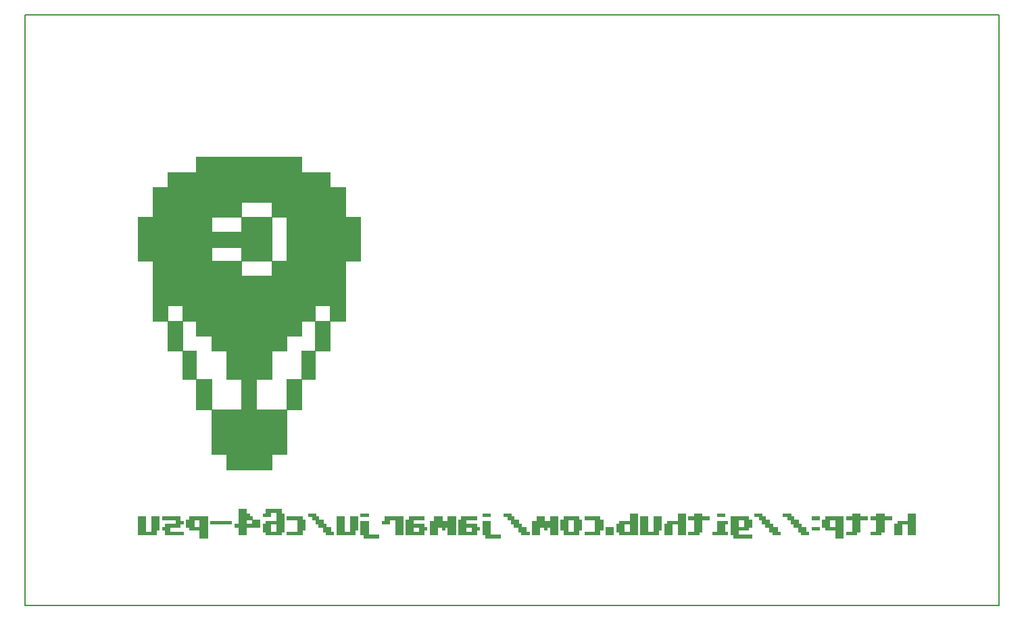
<source format=gbo>
G04 #@! TF.GenerationSoftware,KiCad,Pcbnew,(5.0.0-3-g5ebb6b6)*
G04 #@! TF.CreationDate,2018-11-18T00:12:04+01:00*
G04 #@! TF.ProjectId,c64-psu,6336342D7073752E6B696361645F7063,rev?*
G04 #@! TF.SameCoordinates,Original*
G04 #@! TF.FileFunction,Legend,Bot*
G04 #@! TF.FilePolarity,Positive*
%FSLAX46Y46*%
G04 Gerber Fmt 4.6, Leading zero omitted, Abs format (unit mm)*
G04 Created by KiCad (PCBNEW (5.0.0-3-g5ebb6b6)) date 2018 November 18, Sunday 00:12:04*
%MOMM*%
%LPD*%
G01*
G04 APERTURE LIST*
%ADD10C,0.150000*%
%ADD11C,0.010000*%
G04 APERTURE END LIST*
D10*
X89000000Y-136000000D02*
X89000000Y-62000000D01*
X211000000Y-136000000D02*
X89000000Y-136000000D01*
X211000000Y-62000000D02*
X211000000Y-136000000D01*
X89000000Y-62000000D02*
X211000000Y-62000000D01*
D11*
G04 #@! TO.C,G\002A\002A\002A*
G36*
X110444667Y-81688333D02*
X106888667Y-81688333D01*
X106888667Y-83551000D01*
X104983667Y-83551000D01*
X104983667Y-87318667D01*
X103121000Y-87318667D01*
X103121000Y-92779667D01*
X104983667Y-92779667D01*
X104983667Y-100315000D01*
X106888667Y-100315000D01*
X106888667Y-104082667D01*
X108751333Y-104082667D01*
X108751333Y-107638667D01*
X110444667Y-107638667D01*
X110444667Y-111406333D01*
X112349667Y-111406333D01*
X112349667Y-117036667D01*
X114212333Y-117036667D01*
X114212333Y-118941667D01*
X119885000Y-118941667D01*
X119885000Y-117036667D01*
X121747667Y-117036667D01*
X121747667Y-111406333D01*
X123652667Y-111406333D01*
X123652667Y-107638667D01*
X125346000Y-107638667D01*
X125346000Y-104082667D01*
X123652667Y-104082667D01*
X123652667Y-107638667D01*
X121747667Y-107638667D01*
X121747667Y-111406333D01*
X117980000Y-111406333D01*
X117980000Y-107638667D01*
X116117333Y-107638667D01*
X116117333Y-111406333D01*
X112349667Y-111406333D01*
X112349667Y-107638667D01*
X110444667Y-107638667D01*
X110444667Y-104082667D01*
X108751333Y-104082667D01*
X108751333Y-100315000D01*
X110444667Y-100315000D01*
X110444667Y-102177667D01*
X112349667Y-102177667D01*
X112349667Y-104082667D01*
X114212333Y-104082667D01*
X114212333Y-107638667D01*
X116117333Y-107638667D01*
X117980000Y-107638667D01*
X119885000Y-107638667D01*
X119885000Y-104082667D01*
X121747667Y-104082667D01*
X121747667Y-102177667D01*
X123652667Y-102177667D01*
X123652667Y-100315000D01*
X125346000Y-100315000D01*
X125346000Y-104082667D01*
X127208667Y-104082667D01*
X127208667Y-100315000D01*
X129113667Y-100315000D01*
X129113667Y-98410000D01*
X127208667Y-98410000D01*
X127208667Y-100315000D01*
X125346000Y-100315000D01*
X125346000Y-98410000D01*
X108751333Y-98410000D01*
X108751333Y-100315000D01*
X106888667Y-100315000D01*
X106888667Y-98410000D01*
X108751333Y-98410000D01*
X125346000Y-98410000D01*
X127208667Y-98410000D01*
X129113667Y-98410000D01*
X129113667Y-92779667D01*
X130976333Y-92779667D01*
X130976333Y-87318667D01*
X129113667Y-87318667D01*
X121747667Y-87318667D01*
X121747667Y-92779667D01*
X119885000Y-92779667D01*
X119885000Y-94642333D01*
X116117333Y-94642333D01*
X116117333Y-92779667D01*
X119885000Y-92779667D01*
X119885000Y-91086333D01*
X116117333Y-91086333D01*
X116117333Y-92779667D01*
X112349667Y-92779667D01*
X112349667Y-91086333D01*
X116117333Y-91086333D01*
X119885000Y-91086333D01*
X119885000Y-87318667D01*
X121747667Y-87318667D01*
X129113667Y-87318667D01*
X129113667Y-85413667D01*
X119885000Y-85413667D01*
X119885000Y-87318667D01*
X116117333Y-87318667D01*
X116117333Y-89181333D01*
X112349667Y-89181333D01*
X112349667Y-87318667D01*
X116117333Y-87318667D01*
X116117333Y-85413667D01*
X119885000Y-85413667D01*
X129113667Y-85413667D01*
X129113667Y-83551000D01*
X127208667Y-83551000D01*
X127208667Y-81688333D01*
X123652667Y-81688333D01*
X123652667Y-79783333D01*
X110444667Y-79783333D01*
X110444667Y-81688333D01*
X110444667Y-81688333D01*
G37*
X110444667Y-81688333D02*
X106888667Y-81688333D01*
X106888667Y-83551000D01*
X104983667Y-83551000D01*
X104983667Y-87318667D01*
X103121000Y-87318667D01*
X103121000Y-92779667D01*
X104983667Y-92779667D01*
X104983667Y-100315000D01*
X106888667Y-100315000D01*
X106888667Y-104082667D01*
X108751333Y-104082667D01*
X108751333Y-107638667D01*
X110444667Y-107638667D01*
X110444667Y-111406333D01*
X112349667Y-111406333D01*
X112349667Y-117036667D01*
X114212333Y-117036667D01*
X114212333Y-118941667D01*
X119885000Y-118941667D01*
X119885000Y-117036667D01*
X121747667Y-117036667D01*
X121747667Y-111406333D01*
X123652667Y-111406333D01*
X123652667Y-107638667D01*
X125346000Y-107638667D01*
X125346000Y-104082667D01*
X123652667Y-104082667D01*
X123652667Y-107638667D01*
X121747667Y-107638667D01*
X121747667Y-111406333D01*
X117980000Y-111406333D01*
X117980000Y-107638667D01*
X116117333Y-107638667D01*
X116117333Y-111406333D01*
X112349667Y-111406333D01*
X112349667Y-107638667D01*
X110444667Y-107638667D01*
X110444667Y-104082667D01*
X108751333Y-104082667D01*
X108751333Y-100315000D01*
X110444667Y-100315000D01*
X110444667Y-102177667D01*
X112349667Y-102177667D01*
X112349667Y-104082667D01*
X114212333Y-104082667D01*
X114212333Y-107638667D01*
X116117333Y-107638667D01*
X117980000Y-107638667D01*
X119885000Y-107638667D01*
X119885000Y-104082667D01*
X121747667Y-104082667D01*
X121747667Y-102177667D01*
X123652667Y-102177667D01*
X123652667Y-100315000D01*
X125346000Y-100315000D01*
X125346000Y-104082667D01*
X127208667Y-104082667D01*
X127208667Y-100315000D01*
X129113667Y-100315000D01*
X129113667Y-98410000D01*
X127208667Y-98410000D01*
X127208667Y-100315000D01*
X125346000Y-100315000D01*
X125346000Y-98410000D01*
X108751333Y-98410000D01*
X108751333Y-100315000D01*
X106888667Y-100315000D01*
X106888667Y-98410000D01*
X108751333Y-98410000D01*
X125346000Y-98410000D01*
X127208667Y-98410000D01*
X129113667Y-98410000D01*
X129113667Y-92779667D01*
X130976333Y-92779667D01*
X130976333Y-87318667D01*
X129113667Y-87318667D01*
X121747667Y-87318667D01*
X121747667Y-92779667D01*
X119885000Y-92779667D01*
X119885000Y-94642333D01*
X116117333Y-94642333D01*
X116117333Y-92779667D01*
X119885000Y-92779667D01*
X119885000Y-91086333D01*
X116117333Y-91086333D01*
X116117333Y-92779667D01*
X112349667Y-92779667D01*
X112349667Y-91086333D01*
X116117333Y-91086333D01*
X119885000Y-91086333D01*
X119885000Y-87318667D01*
X121747667Y-87318667D01*
X129113667Y-87318667D01*
X129113667Y-85413667D01*
X119885000Y-85413667D01*
X119885000Y-87318667D01*
X116117333Y-87318667D01*
X116117333Y-89181333D01*
X112349667Y-89181333D01*
X112349667Y-87318667D01*
X116117333Y-87318667D01*
X116117333Y-85413667D01*
X119885000Y-85413667D01*
X129113667Y-85413667D01*
X129113667Y-83551000D01*
X127208667Y-83551000D01*
X127208667Y-81688333D01*
X123652667Y-81688333D01*
X123652667Y-79783333D01*
X110444667Y-79783333D01*
X110444667Y-81688333D01*
G36*
X131018667Y-124826000D02*
X131992333Y-124826000D01*
X131992333Y-124445000D01*
X131018667Y-124445000D01*
X131018667Y-124826000D01*
X131018667Y-124826000D01*
G37*
X131018667Y-124826000D02*
X131992333Y-124826000D01*
X131992333Y-124445000D01*
X131018667Y-124445000D01*
X131018667Y-124826000D01*
G36*
X146301000Y-124826000D02*
X147232333Y-124826000D01*
X147232333Y-124445000D01*
X146301000Y-124445000D01*
X146301000Y-124826000D01*
X146301000Y-124826000D01*
G37*
X146301000Y-124826000D02*
X147232333Y-124826000D01*
X147232333Y-124445000D01*
X146301000Y-124445000D01*
X146301000Y-124826000D01*
G36*
X175680333Y-124826000D02*
X176611667Y-124826000D01*
X176611667Y-124445000D01*
X175680333Y-124445000D01*
X175680333Y-124826000D01*
X175680333Y-124826000D01*
G37*
X175680333Y-124826000D02*
X176611667Y-124826000D01*
X176611667Y-124445000D01*
X175680333Y-124445000D01*
X175680333Y-124826000D01*
G36*
X187533667Y-125207000D02*
X188465000Y-125207000D01*
X188465000Y-124826000D01*
X187533667Y-124826000D01*
X187533667Y-125207000D01*
X187533667Y-125207000D01*
G37*
X187533667Y-125207000D02*
X188465000Y-125207000D01*
X188465000Y-124826000D01*
X187533667Y-124826000D01*
X187533667Y-125207000D01*
G36*
X112180333Y-125757333D02*
X114847333Y-125757333D01*
X114847333Y-125418667D01*
X112180333Y-125418667D01*
X112180333Y-125757333D01*
X112180333Y-125757333D01*
G37*
X112180333Y-125757333D02*
X114847333Y-125757333D01*
X114847333Y-125418667D01*
X112180333Y-125418667D01*
X112180333Y-125757333D01*
G36*
X187533667Y-126519333D02*
X188465000Y-126519333D01*
X188465000Y-126138333D01*
X187533667Y-126138333D01*
X187533667Y-126519333D01*
X187533667Y-126519333D01*
G37*
X187533667Y-126519333D02*
X188465000Y-126519333D01*
X188465000Y-126138333D01*
X187533667Y-126138333D01*
X187533667Y-126519333D01*
G36*
X104856667Y-126731000D02*
X104094667Y-126731000D01*
X104094667Y-124826000D01*
X103163333Y-124826000D01*
X103163333Y-127112000D01*
X105407000Y-127112000D01*
X105407000Y-126519333D01*
X105788000Y-126519333D01*
X105788000Y-124826000D01*
X104856667Y-124826000D01*
X104856667Y-126731000D01*
X104856667Y-126731000D01*
G37*
X104856667Y-126731000D02*
X104094667Y-126731000D01*
X104094667Y-124826000D01*
X103163333Y-124826000D01*
X103163333Y-127112000D01*
X105407000Y-127112000D01*
X105407000Y-126519333D01*
X105788000Y-126519333D01*
X105788000Y-124826000D01*
X104856667Y-124826000D01*
X104856667Y-126731000D01*
G36*
X106169000Y-125207000D02*
X107862333Y-125207000D01*
X107862333Y-125757333D01*
X106550000Y-125757333D01*
X106550000Y-126138333D01*
X106169000Y-126138333D01*
X106169000Y-126519333D01*
X106550000Y-126519333D01*
X106550000Y-127112000D01*
X108793667Y-127112000D01*
X108793667Y-126731000D01*
X107100333Y-126731000D01*
X107100333Y-126138333D01*
X108412667Y-126138333D01*
X108412667Y-125757333D01*
X108793667Y-125757333D01*
X108793667Y-125418667D01*
X108412667Y-125418667D01*
X108412667Y-124826000D01*
X106169000Y-124826000D01*
X106169000Y-125207000D01*
X106169000Y-125207000D01*
G37*
X106169000Y-125207000D02*
X107862333Y-125207000D01*
X107862333Y-125757333D01*
X106550000Y-125757333D01*
X106550000Y-126138333D01*
X106169000Y-126138333D01*
X106169000Y-126519333D01*
X106550000Y-126519333D01*
X106550000Y-127112000D01*
X108793667Y-127112000D01*
X108793667Y-126731000D01*
X107100333Y-126731000D01*
X107100333Y-126138333D01*
X108412667Y-126138333D01*
X108412667Y-125757333D01*
X108793667Y-125757333D01*
X108793667Y-125418667D01*
X108412667Y-125418667D01*
X108412667Y-124826000D01*
X106169000Y-124826000D01*
X106169000Y-125207000D01*
G36*
X115778667Y-125757333D02*
X115228333Y-125757333D01*
X115228333Y-126138333D01*
X115778667Y-126138333D01*
X115778667Y-127112000D01*
X116710000Y-127112000D01*
X116710000Y-126138333D01*
X118403333Y-126138333D01*
X118403333Y-125207000D01*
X117472000Y-125207000D01*
X117472000Y-125757333D01*
X116710000Y-125757333D01*
X116710000Y-125207000D01*
X117472000Y-125207000D01*
X117472000Y-124826000D01*
X117091000Y-124826000D01*
X117091000Y-124445000D01*
X116710000Y-124445000D01*
X116710000Y-123894667D01*
X115778667Y-123894667D01*
X115778667Y-125757333D01*
X115778667Y-125757333D01*
G37*
X115778667Y-125757333D02*
X115228333Y-125757333D01*
X115228333Y-126138333D01*
X115778667Y-126138333D01*
X115778667Y-127112000D01*
X116710000Y-127112000D01*
X116710000Y-126138333D01*
X118403333Y-126138333D01*
X118403333Y-125207000D01*
X117472000Y-125207000D01*
X117472000Y-125757333D01*
X116710000Y-125757333D01*
X116710000Y-125207000D01*
X117472000Y-125207000D01*
X117472000Y-124826000D01*
X117091000Y-124826000D01*
X117091000Y-124445000D01*
X116710000Y-124445000D01*
X116710000Y-123894667D01*
X115778667Y-123894667D01*
X115778667Y-125757333D01*
G36*
X119165333Y-124445000D02*
X118784333Y-124445000D01*
X118784333Y-124826000D01*
X119715667Y-124826000D01*
X119715667Y-124275667D01*
X120477667Y-124275667D01*
X120477667Y-125418667D01*
X119165333Y-125418667D01*
X119165333Y-125757333D01*
X118784333Y-125757333D01*
X118784333Y-126731000D01*
X119165333Y-126731000D01*
X119165333Y-127112000D01*
X121070333Y-127112000D01*
X121070333Y-126731000D01*
X121409000Y-126731000D01*
X121409000Y-125757333D01*
X120477667Y-125757333D01*
X120477667Y-126731000D01*
X119715667Y-126731000D01*
X119715667Y-125757333D01*
X120477667Y-125757333D01*
X121409000Y-125757333D01*
X121409000Y-124445000D01*
X121070333Y-124445000D01*
X121070333Y-123894667D01*
X119165333Y-123894667D01*
X119165333Y-124445000D01*
X119165333Y-124445000D01*
G37*
X119165333Y-124445000D02*
X118784333Y-124445000D01*
X118784333Y-124826000D01*
X119715667Y-124826000D01*
X119715667Y-124275667D01*
X120477667Y-124275667D01*
X120477667Y-125418667D01*
X119165333Y-125418667D01*
X119165333Y-125757333D01*
X118784333Y-125757333D01*
X118784333Y-126731000D01*
X119165333Y-126731000D01*
X119165333Y-127112000D01*
X121070333Y-127112000D01*
X121070333Y-126731000D01*
X121409000Y-126731000D01*
X121409000Y-125757333D01*
X120477667Y-125757333D01*
X120477667Y-126731000D01*
X119715667Y-126731000D01*
X119715667Y-125757333D01*
X120477667Y-125757333D01*
X121409000Y-125757333D01*
X121409000Y-124445000D01*
X121070333Y-124445000D01*
X121070333Y-123894667D01*
X119165333Y-123894667D01*
X119165333Y-124445000D01*
G36*
X121790000Y-125207000D02*
X123102333Y-125207000D01*
X123102333Y-126731000D01*
X121790000Y-126731000D01*
X121790000Y-127112000D01*
X123695000Y-127112000D01*
X123695000Y-126519333D01*
X124076000Y-126519333D01*
X124076000Y-125207000D01*
X123695000Y-125207000D01*
X123695000Y-124826000D01*
X121790000Y-124826000D01*
X121790000Y-125207000D01*
X121790000Y-125207000D01*
G37*
X121790000Y-125207000D02*
X123102333Y-125207000D01*
X123102333Y-126731000D01*
X121790000Y-126731000D01*
X121790000Y-127112000D01*
X123695000Y-127112000D01*
X123695000Y-126519333D01*
X124076000Y-126519333D01*
X124076000Y-125207000D01*
X123695000Y-125207000D01*
X123695000Y-124826000D01*
X121790000Y-124826000D01*
X121790000Y-125207000D01*
G36*
X124457000Y-124826000D02*
X125007333Y-124826000D01*
X125007333Y-125207000D01*
X125388333Y-125207000D01*
X125388333Y-125757333D01*
X125769333Y-125757333D01*
X125769333Y-126138333D01*
X126319667Y-126138333D01*
X126319667Y-126731000D01*
X126700667Y-126731000D01*
X126700667Y-127112000D01*
X127632000Y-127112000D01*
X127632000Y-126731000D01*
X127251000Y-126731000D01*
X127251000Y-126138333D01*
X126700667Y-126138333D01*
X126700667Y-125757333D01*
X126319667Y-125757333D01*
X126319667Y-125207000D01*
X125769333Y-125207000D01*
X125769333Y-124826000D01*
X125388333Y-124826000D01*
X125388333Y-124445000D01*
X124457000Y-124445000D01*
X124457000Y-124826000D01*
X124457000Y-124826000D01*
G37*
X124457000Y-124826000D02*
X125007333Y-124826000D01*
X125007333Y-125207000D01*
X125388333Y-125207000D01*
X125388333Y-125757333D01*
X125769333Y-125757333D01*
X125769333Y-126138333D01*
X126319667Y-126138333D01*
X126319667Y-126731000D01*
X126700667Y-126731000D01*
X126700667Y-127112000D01*
X127632000Y-127112000D01*
X127632000Y-126731000D01*
X127251000Y-126731000D01*
X127251000Y-126138333D01*
X126700667Y-126138333D01*
X126700667Y-125757333D01*
X126319667Y-125757333D01*
X126319667Y-125207000D01*
X125769333Y-125207000D01*
X125769333Y-124826000D01*
X125388333Y-124826000D01*
X125388333Y-124445000D01*
X124457000Y-124445000D01*
X124457000Y-124826000D01*
G36*
X129706333Y-126731000D02*
X128944333Y-126731000D01*
X128944333Y-124826000D01*
X128013000Y-124826000D01*
X128013000Y-127112000D01*
X130299000Y-127112000D01*
X130299000Y-126519333D01*
X130637667Y-126519333D01*
X130637667Y-124826000D01*
X129706333Y-124826000D01*
X129706333Y-126731000D01*
X129706333Y-126731000D01*
G37*
X129706333Y-126731000D02*
X128944333Y-126731000D01*
X128944333Y-124826000D01*
X128013000Y-124826000D01*
X128013000Y-127112000D01*
X130299000Y-127112000D01*
X130299000Y-126519333D01*
X130637667Y-126519333D01*
X130637667Y-124826000D01*
X129706333Y-124826000D01*
X129706333Y-126731000D01*
G36*
X134066667Y-125418667D02*
X133685667Y-125418667D01*
X133685667Y-125757333D01*
X134617000Y-125757333D01*
X134617000Y-125207000D01*
X135379000Y-125207000D01*
X135379000Y-127112000D01*
X136310333Y-127112000D01*
X136310333Y-124826000D01*
X134066667Y-124826000D01*
X134066667Y-125418667D01*
X134066667Y-125418667D01*
G37*
X134066667Y-125418667D02*
X133685667Y-125418667D01*
X133685667Y-125757333D01*
X134617000Y-125757333D01*
X134617000Y-125207000D01*
X135379000Y-125207000D01*
X135379000Y-127112000D01*
X136310333Y-127112000D01*
X136310333Y-124826000D01*
X134066667Y-124826000D01*
X134066667Y-125418667D01*
G36*
X137072333Y-125207000D02*
X136691333Y-125207000D01*
X136691333Y-127112000D01*
X138935000Y-127112000D01*
X138935000Y-126519333D01*
X139316000Y-126519333D01*
X139316000Y-126138333D01*
X138935000Y-126138333D01*
X138384667Y-126138333D01*
X138384667Y-126731000D01*
X137622667Y-126731000D01*
X137622667Y-126138333D01*
X138384667Y-126138333D01*
X138935000Y-126138333D01*
X138935000Y-125757333D01*
X137622667Y-125757333D01*
X137622667Y-125207000D01*
X138935000Y-125207000D01*
X138935000Y-124826000D01*
X137072333Y-124826000D01*
X137072333Y-125207000D01*
X137072333Y-125207000D01*
G37*
X137072333Y-125207000D02*
X136691333Y-125207000D01*
X136691333Y-127112000D01*
X138935000Y-127112000D01*
X138935000Y-126519333D01*
X139316000Y-126519333D01*
X139316000Y-126138333D01*
X138935000Y-126138333D01*
X138384667Y-126138333D01*
X138384667Y-126731000D01*
X137622667Y-126731000D01*
X137622667Y-126138333D01*
X138384667Y-126138333D01*
X138935000Y-126138333D01*
X138935000Y-125757333D01*
X137622667Y-125757333D01*
X137622667Y-125207000D01*
X138935000Y-125207000D01*
X138935000Y-124826000D01*
X137072333Y-124826000D01*
X137072333Y-125207000D01*
G36*
X141940667Y-125418667D02*
X141221000Y-125418667D01*
X141221000Y-124826000D01*
X140247333Y-124826000D01*
X140247333Y-125418667D01*
X139697000Y-125418667D01*
X139697000Y-127112000D01*
X140628333Y-127112000D01*
X140628333Y-126138333D01*
X141221000Y-126138333D01*
X141221000Y-126519333D01*
X141559667Y-126519333D01*
X141559667Y-126138333D01*
X141940667Y-126138333D01*
X141940667Y-127112000D01*
X142914333Y-127112000D01*
X142914333Y-124826000D01*
X141940667Y-124826000D01*
X141940667Y-125418667D01*
X141940667Y-125418667D01*
G37*
X141940667Y-125418667D02*
X141221000Y-125418667D01*
X141221000Y-124826000D01*
X140247333Y-124826000D01*
X140247333Y-125418667D01*
X139697000Y-125418667D01*
X139697000Y-127112000D01*
X140628333Y-127112000D01*
X140628333Y-126138333D01*
X141221000Y-126138333D01*
X141221000Y-126519333D01*
X141559667Y-126519333D01*
X141559667Y-126138333D01*
X141940667Y-126138333D01*
X141940667Y-127112000D01*
X142914333Y-127112000D01*
X142914333Y-124826000D01*
X141940667Y-124826000D01*
X141940667Y-125418667D01*
G36*
X143634000Y-125207000D02*
X143295333Y-125207000D01*
X143295333Y-127112000D01*
X145539000Y-127112000D01*
X145539000Y-126519333D01*
X145920000Y-126519333D01*
X145920000Y-126138333D01*
X145539000Y-126138333D01*
X144988667Y-126138333D01*
X144988667Y-126731000D01*
X144226667Y-126731000D01*
X144226667Y-126138333D01*
X144988667Y-126138333D01*
X145539000Y-126138333D01*
X145539000Y-125757333D01*
X144226667Y-125757333D01*
X144226667Y-125207000D01*
X145539000Y-125207000D01*
X145539000Y-124826000D01*
X143634000Y-124826000D01*
X143634000Y-125207000D01*
X143634000Y-125207000D01*
G37*
X143634000Y-125207000D02*
X143295333Y-125207000D01*
X143295333Y-127112000D01*
X145539000Y-127112000D01*
X145539000Y-126519333D01*
X145920000Y-126519333D01*
X145920000Y-126138333D01*
X145539000Y-126138333D01*
X144988667Y-126138333D01*
X144988667Y-126731000D01*
X144226667Y-126731000D01*
X144226667Y-126138333D01*
X144988667Y-126138333D01*
X145539000Y-126138333D01*
X145539000Y-125757333D01*
X144226667Y-125757333D01*
X144226667Y-125207000D01*
X145539000Y-125207000D01*
X145539000Y-124826000D01*
X143634000Y-124826000D01*
X143634000Y-125207000D01*
G36*
X148925667Y-124826000D02*
X149476000Y-124826000D01*
X149476000Y-125207000D01*
X149857000Y-125207000D01*
X149857000Y-125757333D01*
X150238000Y-125757333D01*
X150238000Y-126138333D01*
X150788333Y-126138333D01*
X150788333Y-126731000D01*
X151169333Y-126731000D01*
X151169333Y-127112000D01*
X152143000Y-127112000D01*
X152143000Y-126731000D01*
X151762000Y-126731000D01*
X151762000Y-126138333D01*
X151169333Y-126138333D01*
X151169333Y-125757333D01*
X150788333Y-125757333D01*
X150788333Y-125207000D01*
X150238000Y-125207000D01*
X150238000Y-124826000D01*
X149857000Y-124826000D01*
X149857000Y-124445000D01*
X148925667Y-124445000D01*
X148925667Y-124826000D01*
X148925667Y-124826000D01*
G37*
X148925667Y-124826000D02*
X149476000Y-124826000D01*
X149476000Y-125207000D01*
X149857000Y-125207000D01*
X149857000Y-125757333D01*
X150238000Y-125757333D01*
X150238000Y-126138333D01*
X150788333Y-126138333D01*
X150788333Y-126731000D01*
X151169333Y-126731000D01*
X151169333Y-127112000D01*
X152143000Y-127112000D01*
X152143000Y-126731000D01*
X151762000Y-126731000D01*
X151762000Y-126138333D01*
X151169333Y-126138333D01*
X151169333Y-125757333D01*
X150788333Y-125757333D01*
X150788333Y-125207000D01*
X150238000Y-125207000D01*
X150238000Y-124826000D01*
X149857000Y-124826000D01*
X149857000Y-124445000D01*
X148925667Y-124445000D01*
X148925667Y-124826000D01*
G36*
X154767667Y-125418667D02*
X154005667Y-125418667D01*
X154005667Y-124826000D01*
X153074333Y-124826000D01*
X153074333Y-125418667D01*
X152524000Y-125418667D01*
X152524000Y-127112000D01*
X153455333Y-127112000D01*
X153455333Y-126138333D01*
X154005667Y-126138333D01*
X154005667Y-126519333D01*
X154386667Y-126519333D01*
X154386667Y-126138333D01*
X154767667Y-126138333D01*
X154767667Y-127112000D01*
X155699000Y-127112000D01*
X155699000Y-124826000D01*
X154767667Y-124826000D01*
X154767667Y-125418667D01*
X154767667Y-125418667D01*
G37*
X154767667Y-125418667D02*
X154005667Y-125418667D01*
X154005667Y-124826000D01*
X153074333Y-124826000D01*
X153074333Y-125418667D01*
X152524000Y-125418667D01*
X152524000Y-127112000D01*
X153455333Y-127112000D01*
X153455333Y-126138333D01*
X154005667Y-126138333D01*
X154005667Y-126519333D01*
X154386667Y-126519333D01*
X154386667Y-126138333D01*
X154767667Y-126138333D01*
X154767667Y-127112000D01*
X155699000Y-127112000D01*
X155699000Y-124826000D01*
X154767667Y-124826000D01*
X154767667Y-125418667D01*
G36*
X156461000Y-125207000D02*
X156080000Y-125207000D01*
X156080000Y-126519333D01*
X156461000Y-126519333D01*
X156461000Y-127112000D01*
X158323667Y-127112000D01*
X158323667Y-126519333D01*
X158704667Y-126519333D01*
X158704667Y-125207000D01*
X158323667Y-125207000D01*
X157773333Y-125207000D01*
X157773333Y-126731000D01*
X157011333Y-126731000D01*
X157011333Y-125207000D01*
X157773333Y-125207000D01*
X158323667Y-125207000D01*
X158323667Y-124826000D01*
X156461000Y-124826000D01*
X156461000Y-125207000D01*
X156461000Y-125207000D01*
G37*
X156461000Y-125207000D02*
X156080000Y-125207000D01*
X156080000Y-126519333D01*
X156461000Y-126519333D01*
X156461000Y-127112000D01*
X158323667Y-127112000D01*
X158323667Y-126519333D01*
X158704667Y-126519333D01*
X158704667Y-125207000D01*
X158323667Y-125207000D01*
X157773333Y-125207000D01*
X157773333Y-126731000D01*
X157011333Y-126731000D01*
X157011333Y-125207000D01*
X157773333Y-125207000D01*
X158323667Y-125207000D01*
X158323667Y-124826000D01*
X156461000Y-124826000D01*
X156461000Y-125207000D01*
G36*
X159085667Y-125207000D02*
X160398000Y-125207000D01*
X160398000Y-126731000D01*
X159085667Y-126731000D01*
X159085667Y-127112000D01*
X160990667Y-127112000D01*
X160990667Y-126519333D01*
X161371667Y-126519333D01*
X161371667Y-125207000D01*
X160990667Y-125207000D01*
X160990667Y-124826000D01*
X159085667Y-124826000D01*
X159085667Y-125207000D01*
X159085667Y-125207000D01*
G37*
X159085667Y-125207000D02*
X160398000Y-125207000D01*
X160398000Y-126731000D01*
X159085667Y-126731000D01*
X159085667Y-127112000D01*
X160990667Y-127112000D01*
X160990667Y-126519333D01*
X161371667Y-126519333D01*
X161371667Y-125207000D01*
X160990667Y-125207000D01*
X160990667Y-124826000D01*
X159085667Y-124826000D01*
X159085667Y-125207000D01*
G36*
X161752667Y-127112000D02*
X162684000Y-127112000D01*
X162684000Y-126138333D01*
X161752667Y-126138333D01*
X161752667Y-127112000D01*
X161752667Y-127112000D01*
G37*
X161752667Y-127112000D02*
X162684000Y-127112000D01*
X162684000Y-126138333D01*
X161752667Y-126138333D01*
X161752667Y-127112000D01*
G36*
X164758333Y-125418667D02*
X163446000Y-125418667D01*
X163446000Y-125757333D01*
X163065000Y-125757333D01*
X163065000Y-126731000D01*
X163446000Y-126731000D01*
X163446000Y-127112000D01*
X165689667Y-127112000D01*
X165689667Y-125757333D01*
X164758333Y-125757333D01*
X164758333Y-126731000D01*
X163996333Y-126731000D01*
X163996333Y-125757333D01*
X164758333Y-125757333D01*
X165689667Y-125757333D01*
X165689667Y-124445000D01*
X164758333Y-124445000D01*
X164758333Y-125418667D01*
X164758333Y-125418667D01*
G37*
X164758333Y-125418667D02*
X163446000Y-125418667D01*
X163446000Y-125757333D01*
X163065000Y-125757333D01*
X163065000Y-126731000D01*
X163446000Y-126731000D01*
X163446000Y-127112000D01*
X165689667Y-127112000D01*
X165689667Y-125757333D01*
X164758333Y-125757333D01*
X164758333Y-126731000D01*
X163996333Y-126731000D01*
X163996333Y-125757333D01*
X164758333Y-125757333D01*
X165689667Y-125757333D01*
X165689667Y-124445000D01*
X164758333Y-124445000D01*
X164758333Y-125418667D01*
G36*
X167764000Y-126731000D02*
X167002000Y-126731000D01*
X167002000Y-124826000D01*
X166070667Y-124826000D01*
X166070667Y-127112000D01*
X168314333Y-127112000D01*
X168314333Y-126519333D01*
X168695333Y-126519333D01*
X168695333Y-124826000D01*
X167764000Y-124826000D01*
X167764000Y-126731000D01*
X167764000Y-126731000D01*
G37*
X167764000Y-126731000D02*
X167002000Y-126731000D01*
X167002000Y-124826000D01*
X166070667Y-124826000D01*
X166070667Y-127112000D01*
X168314333Y-127112000D01*
X168314333Y-126519333D01*
X168695333Y-126519333D01*
X168695333Y-124826000D01*
X167764000Y-124826000D01*
X167764000Y-126731000D01*
G36*
X170769667Y-125418667D02*
X169457333Y-125418667D01*
X169457333Y-125757333D01*
X169076333Y-125757333D01*
X169076333Y-127112000D01*
X170007667Y-127112000D01*
X170007667Y-125757333D01*
X170769667Y-125757333D01*
X170769667Y-127112000D01*
X171701000Y-127112000D01*
X171701000Y-124445000D01*
X170769667Y-124445000D01*
X170769667Y-125418667D01*
X170769667Y-125418667D01*
G37*
X170769667Y-125418667D02*
X169457333Y-125418667D01*
X169457333Y-125757333D01*
X169076333Y-125757333D01*
X169076333Y-127112000D01*
X170007667Y-127112000D01*
X170007667Y-125757333D01*
X170769667Y-125757333D01*
X170769667Y-127112000D01*
X171701000Y-127112000D01*
X171701000Y-124445000D01*
X170769667Y-124445000D01*
X170769667Y-125418667D01*
G36*
X172844000Y-124826000D02*
X172082000Y-124826000D01*
X172082000Y-125207000D01*
X172844000Y-125207000D01*
X172844000Y-126731000D01*
X172082000Y-126731000D01*
X172082000Y-127112000D01*
X173394333Y-127112000D01*
X173394333Y-126731000D01*
X173775333Y-126731000D01*
X173775333Y-125207000D01*
X174706667Y-125207000D01*
X174706667Y-124826000D01*
X173775333Y-124826000D01*
X173775333Y-124445000D01*
X172844000Y-124445000D01*
X172844000Y-124826000D01*
X172844000Y-124826000D01*
G37*
X172844000Y-124826000D02*
X172082000Y-124826000D01*
X172082000Y-125207000D01*
X172844000Y-125207000D01*
X172844000Y-126731000D01*
X172082000Y-126731000D01*
X172082000Y-127112000D01*
X173394333Y-127112000D01*
X173394333Y-126731000D01*
X173775333Y-126731000D01*
X173775333Y-125207000D01*
X174706667Y-125207000D01*
X174706667Y-124826000D01*
X173775333Y-124826000D01*
X173775333Y-124445000D01*
X172844000Y-124445000D01*
X172844000Y-124826000D01*
G36*
X175680333Y-126731000D02*
X175087667Y-126731000D01*
X175087667Y-127112000D01*
X176992667Y-127112000D01*
X176992667Y-126731000D01*
X176611667Y-126731000D01*
X176611667Y-125757333D01*
X176992667Y-125757333D01*
X176992667Y-125418667D01*
X175680333Y-125418667D01*
X175680333Y-126731000D01*
X175680333Y-126731000D01*
G37*
X175680333Y-126731000D02*
X175087667Y-126731000D01*
X175087667Y-127112000D01*
X176992667Y-127112000D01*
X176992667Y-126731000D01*
X176611667Y-126731000D01*
X176611667Y-125757333D01*
X176992667Y-125757333D01*
X176992667Y-125418667D01*
X175680333Y-125418667D01*
X175680333Y-126731000D01*
G36*
X180379333Y-124826000D02*
X180929667Y-124826000D01*
X180929667Y-125207000D01*
X181310667Y-125207000D01*
X181310667Y-125757333D01*
X181691667Y-125757333D01*
X181691667Y-126138333D01*
X182242000Y-126138333D01*
X182242000Y-126731000D01*
X182623000Y-126731000D01*
X182623000Y-127112000D01*
X183596667Y-127112000D01*
X183596667Y-126731000D01*
X183215667Y-126731000D01*
X183215667Y-126138333D01*
X182623000Y-126138333D01*
X182623000Y-125757333D01*
X182242000Y-125757333D01*
X182242000Y-125207000D01*
X181691667Y-125207000D01*
X181691667Y-124826000D01*
X181310667Y-124826000D01*
X181310667Y-124445000D01*
X180379333Y-124445000D01*
X180379333Y-124826000D01*
X180379333Y-124826000D01*
G37*
X180379333Y-124826000D02*
X180929667Y-124826000D01*
X180929667Y-125207000D01*
X181310667Y-125207000D01*
X181310667Y-125757333D01*
X181691667Y-125757333D01*
X181691667Y-126138333D01*
X182242000Y-126138333D01*
X182242000Y-126731000D01*
X182623000Y-126731000D01*
X182623000Y-127112000D01*
X183596667Y-127112000D01*
X183596667Y-126731000D01*
X183215667Y-126731000D01*
X183215667Y-126138333D01*
X182623000Y-126138333D01*
X182623000Y-125757333D01*
X182242000Y-125757333D01*
X182242000Y-125207000D01*
X181691667Y-125207000D01*
X181691667Y-124826000D01*
X181310667Y-124826000D01*
X181310667Y-124445000D01*
X180379333Y-124445000D01*
X180379333Y-124826000D01*
G36*
X183935333Y-124826000D02*
X184528000Y-124826000D01*
X184528000Y-125207000D01*
X184909000Y-125207000D01*
X184909000Y-125757333D01*
X185290000Y-125757333D01*
X185290000Y-126138333D01*
X185840333Y-126138333D01*
X185840333Y-126731000D01*
X186221333Y-126731000D01*
X186221333Y-127112000D01*
X187152667Y-127112000D01*
X187152667Y-126731000D01*
X186771667Y-126731000D01*
X186771667Y-126138333D01*
X186221333Y-126138333D01*
X186221333Y-125757333D01*
X185840333Y-125757333D01*
X185840333Y-125207000D01*
X185290000Y-125207000D01*
X185290000Y-124826000D01*
X184909000Y-124826000D01*
X184909000Y-124445000D01*
X183935333Y-124445000D01*
X183935333Y-124826000D01*
X183935333Y-124826000D01*
G37*
X183935333Y-124826000D02*
X184528000Y-124826000D01*
X184528000Y-125207000D01*
X184909000Y-125207000D01*
X184909000Y-125757333D01*
X185290000Y-125757333D01*
X185290000Y-126138333D01*
X185840333Y-126138333D01*
X185840333Y-126731000D01*
X186221333Y-126731000D01*
X186221333Y-127112000D01*
X187152667Y-127112000D01*
X187152667Y-126731000D01*
X186771667Y-126731000D01*
X186771667Y-126138333D01*
X186221333Y-126138333D01*
X186221333Y-125757333D01*
X185840333Y-125757333D01*
X185840333Y-125207000D01*
X185290000Y-125207000D01*
X185290000Y-124826000D01*
X184909000Y-124826000D01*
X184909000Y-124445000D01*
X183935333Y-124445000D01*
X183935333Y-124826000D01*
G36*
X192613667Y-124826000D02*
X191851667Y-124826000D01*
X191851667Y-125207000D01*
X192613667Y-125207000D01*
X192613667Y-126731000D01*
X191851667Y-126731000D01*
X191851667Y-127112000D01*
X193164000Y-127112000D01*
X193164000Y-126731000D01*
X193545000Y-126731000D01*
X193545000Y-125207000D01*
X194518667Y-125207000D01*
X194518667Y-124826000D01*
X193545000Y-124826000D01*
X193545000Y-124445000D01*
X192613667Y-124445000D01*
X192613667Y-124826000D01*
X192613667Y-124826000D01*
G37*
X192613667Y-124826000D02*
X191851667Y-124826000D01*
X191851667Y-125207000D01*
X192613667Y-125207000D01*
X192613667Y-126731000D01*
X191851667Y-126731000D01*
X191851667Y-127112000D01*
X193164000Y-127112000D01*
X193164000Y-126731000D01*
X193545000Y-126731000D01*
X193545000Y-125207000D01*
X194518667Y-125207000D01*
X194518667Y-124826000D01*
X193545000Y-124826000D01*
X193545000Y-124445000D01*
X192613667Y-124445000D01*
X192613667Y-124826000D01*
G36*
X195619333Y-124826000D02*
X194899667Y-124826000D01*
X194899667Y-125207000D01*
X195619333Y-125207000D01*
X195619333Y-126731000D01*
X194899667Y-126731000D01*
X194899667Y-127112000D01*
X196212000Y-127112000D01*
X196212000Y-126731000D01*
X196593000Y-126731000D01*
X196593000Y-125207000D01*
X197524333Y-125207000D01*
X197524333Y-124826000D01*
X196593000Y-124826000D01*
X196593000Y-124445000D01*
X195619333Y-124445000D01*
X195619333Y-124826000D01*
X195619333Y-124826000D01*
G37*
X195619333Y-124826000D02*
X194899667Y-124826000D01*
X194899667Y-125207000D01*
X195619333Y-125207000D01*
X195619333Y-126731000D01*
X194899667Y-126731000D01*
X194899667Y-127112000D01*
X196212000Y-127112000D01*
X196212000Y-126731000D01*
X196593000Y-126731000D01*
X196593000Y-125207000D01*
X197524333Y-125207000D01*
X197524333Y-124826000D01*
X196593000Y-124826000D01*
X196593000Y-124445000D01*
X195619333Y-124445000D01*
X195619333Y-124826000D01*
G36*
X199598667Y-125418667D02*
X198286333Y-125418667D01*
X198286333Y-125757333D01*
X197905333Y-125757333D01*
X197905333Y-127112000D01*
X198836667Y-127112000D01*
X198836667Y-125757333D01*
X199598667Y-125757333D01*
X199598667Y-127112000D01*
X200530000Y-127112000D01*
X200530000Y-124445000D01*
X199598667Y-124445000D01*
X199598667Y-125418667D01*
X199598667Y-125418667D01*
G37*
X199598667Y-125418667D02*
X198286333Y-125418667D01*
X198286333Y-125757333D01*
X197905333Y-125757333D01*
X197905333Y-127112000D01*
X198836667Y-127112000D01*
X198836667Y-125757333D01*
X199598667Y-125757333D01*
X199598667Y-127112000D01*
X200530000Y-127112000D01*
X200530000Y-124445000D01*
X199598667Y-124445000D01*
X199598667Y-125418667D01*
G36*
X109555667Y-125207000D02*
X109174667Y-125207000D01*
X109174667Y-126138333D01*
X109555667Y-126138333D01*
X109555667Y-126519333D01*
X110868000Y-126519333D01*
X110868000Y-127493000D01*
X111841667Y-127493000D01*
X111841667Y-125207000D01*
X110868000Y-125207000D01*
X110868000Y-126138333D01*
X110148333Y-126138333D01*
X110148333Y-125207000D01*
X110868000Y-125207000D01*
X111841667Y-125207000D01*
X111841667Y-124826000D01*
X109555667Y-124826000D01*
X109555667Y-125207000D01*
X109555667Y-125207000D01*
G37*
X109555667Y-125207000D02*
X109174667Y-125207000D01*
X109174667Y-126138333D01*
X109555667Y-126138333D01*
X109555667Y-126519333D01*
X110868000Y-126519333D01*
X110868000Y-127493000D01*
X111841667Y-127493000D01*
X111841667Y-125207000D01*
X110868000Y-125207000D01*
X110868000Y-126138333D01*
X110148333Y-126138333D01*
X110148333Y-125207000D01*
X110868000Y-125207000D01*
X111841667Y-125207000D01*
X111841667Y-124826000D01*
X109555667Y-124826000D01*
X109555667Y-125207000D01*
G36*
X131018667Y-127112000D02*
X131399667Y-127112000D01*
X131399667Y-127493000D01*
X133304667Y-127493000D01*
X133304667Y-127112000D01*
X131992333Y-127112000D01*
X131992333Y-125418667D01*
X131018667Y-125418667D01*
X131018667Y-127112000D01*
X131018667Y-127112000D01*
G37*
X131018667Y-127112000D02*
X131399667Y-127112000D01*
X131399667Y-127493000D01*
X133304667Y-127493000D01*
X133304667Y-127112000D01*
X131992333Y-127112000D01*
X131992333Y-125418667D01*
X131018667Y-125418667D01*
X131018667Y-127112000D01*
G36*
X146301000Y-127112000D02*
X146682000Y-127112000D01*
X146682000Y-127493000D01*
X148544667Y-127493000D01*
X148544667Y-127112000D01*
X147232333Y-127112000D01*
X147232333Y-125418667D01*
X146301000Y-125418667D01*
X146301000Y-127112000D01*
X146301000Y-127112000D01*
G37*
X146301000Y-127112000D02*
X146682000Y-127112000D01*
X146682000Y-127493000D01*
X148544667Y-127493000D01*
X148544667Y-127112000D01*
X147232333Y-127112000D01*
X147232333Y-125418667D01*
X146301000Y-125418667D01*
X146301000Y-127112000D01*
G36*
X177373667Y-127112000D02*
X177754667Y-127112000D01*
X177754667Y-127493000D01*
X179998333Y-127493000D01*
X179998333Y-127112000D01*
X178305000Y-127112000D01*
X178305000Y-126519333D01*
X179617333Y-126519333D01*
X179617333Y-126138333D01*
X179998333Y-126138333D01*
X179998333Y-125207000D01*
X179617333Y-125207000D01*
X179067000Y-125207000D01*
X179067000Y-126138333D01*
X178305000Y-126138333D01*
X178305000Y-125207000D01*
X179067000Y-125207000D01*
X179617333Y-125207000D01*
X179617333Y-124826000D01*
X177373667Y-124826000D01*
X177373667Y-127112000D01*
X177373667Y-127112000D01*
G37*
X177373667Y-127112000D02*
X177754667Y-127112000D01*
X177754667Y-127493000D01*
X179998333Y-127493000D01*
X179998333Y-127112000D01*
X178305000Y-127112000D01*
X178305000Y-126519333D01*
X179617333Y-126519333D01*
X179617333Y-126138333D01*
X179998333Y-126138333D01*
X179998333Y-125207000D01*
X179617333Y-125207000D01*
X179067000Y-125207000D01*
X179067000Y-126138333D01*
X178305000Y-126138333D01*
X178305000Y-125207000D01*
X179067000Y-125207000D01*
X179617333Y-125207000D01*
X179617333Y-124826000D01*
X177373667Y-124826000D01*
X177373667Y-127112000D01*
G36*
X189227000Y-125207000D02*
X188846000Y-125207000D01*
X188846000Y-126138333D01*
X189227000Y-126138333D01*
X189227000Y-126519333D01*
X190539333Y-126519333D01*
X190539333Y-127493000D01*
X191470667Y-127493000D01*
X191470667Y-125207000D01*
X190539333Y-125207000D01*
X190539333Y-126138333D01*
X189777333Y-126138333D01*
X189777333Y-125207000D01*
X190539333Y-125207000D01*
X191470667Y-125207000D01*
X191470667Y-124826000D01*
X189227000Y-124826000D01*
X189227000Y-125207000D01*
X189227000Y-125207000D01*
G37*
X189227000Y-125207000D02*
X188846000Y-125207000D01*
X188846000Y-126138333D01*
X189227000Y-126138333D01*
X189227000Y-126519333D01*
X190539333Y-126519333D01*
X190539333Y-127493000D01*
X191470667Y-127493000D01*
X191470667Y-125207000D01*
X190539333Y-125207000D01*
X190539333Y-126138333D01*
X189777333Y-126138333D01*
X189777333Y-125207000D01*
X190539333Y-125207000D01*
X191470667Y-125207000D01*
X191470667Y-124826000D01*
X189227000Y-124826000D01*
X189227000Y-125207000D01*
G04 #@! TD*
M02*

</source>
